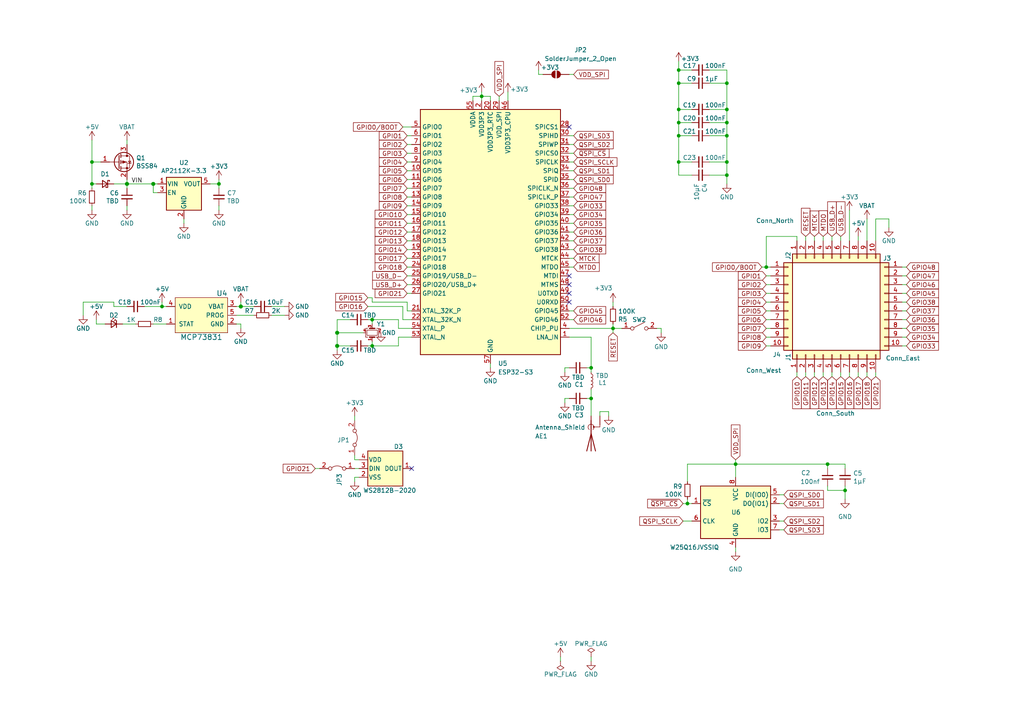
<source format=kicad_sch>
(kicad_sch (version 20231120) (generator "eeschema") (generator_version "8.0")
  (paper "A4")
  (junction (at 107.95 92.71))
  (junction (at 171.45 115.57))
  (junction (at 63.5 53.34))
  (junction (at 196.85 31.75))
  (junction (at 177.8 95.25))
  (junction (at 199.39 146.05))
  (junction (at 139.7 27.94))
  (junction (at 210.82 24.13))
  (junction (at 210.82 46.99))
  (junction (at 196.85 35.56))
  (junction (at 196.85 39.37))
  (junction (at 97.79 100.33) (diameter 1.016))
  (junction (at 210.82 50.8))
  (junction (at 107.95 100.33))
  (junction (at 44.45 53.34) (diameter 1.016))
  (junction (at 97.79 96.52) (diameter 1.016))
  (junction (at 171.45 106.68))
  (junction (at 196.85 20.32))
  (junction (at 240.03 134.62))
  (junction (at 222.25 77.47))
  (junction (at 210.82 39.37))
  (junction (at 36.83 53.34) (diameter 1.016))
  (junction (at 196.85 24.13))
  (junction (at 26.67 46.99))
  (junction (at 210.82 31.75))
  (junction (at 69.85 88.9) (diameter 1.016))
  (junction (at 213.36 134.62))
  (junction (at 26.67 53.34))
  (junction (at 196.85 46.99))
  (junction (at 46.99 88.9))
  (junction (at 210.82 35.56))
  (junction (at 245.11 142.24))
  (no_connect (at 165.1 36.83))
  (no_connect (at 165.1 82.55))
  (no_connect (at 165.1 80.01))
  (no_connect (at 119.38 135.89))
  (no_connect (at 165.1 85.09))
  (no_connect (at 165.1 87.63))
  (wire (pts (xy 48.26 93.98) (xy 44.45 93.98)))
  (wire (pts (xy 166.37 77.47) (xy 165.1 77.47)))
  (wire (pts (xy 196.85 35.56) (xy 196.85 39.37)))
  (wire (pts (xy 196.85 24.13) (xy 200.66 24.13)))
  (wire (pts (xy 36.83 53.34) (xy 36.83 54.61)))
  (wire (pts (xy 223.52 100.33) (xy 222.25 100.33)))
  (wire (pts (xy 240.03 140.97) (xy 240.03 142.24)))
  (wire (pts (xy 223.52 92.71) (xy 222.25 92.71)))
  (wire (pts (xy 156.21 20.32) (xy 156.21 21.59)))
  (wire (pts (xy 107.95 100.33) (xy 115.57 100.33)))
  (wire (pts (xy 245.11 142.24) (xy 245.11 144.78)))
  (wire (pts (xy 36.83 53.34) (xy 36.83 52.07)))
  (wire (pts (xy 223.52 82.55) (xy 222.25 82.55)))
  (wire (pts (xy 53.34 63.5) (xy 53.34 64.77)))
  (wire (pts (xy 119.38 95.25) (xy 115.57 95.25)))
  (wire (pts (xy 36.83 53.34) (xy 33.02 53.34)))
  (wire (pts (xy 119.38 97.79) (xy 115.57 97.79)))
  (wire (pts (xy 107.95 86.36) (xy 106.68 86.36)))
  (wire (pts (xy 205.74 35.56) (xy 210.82 35.56)))
  (wire (pts (xy 196.85 39.37) (xy 200.66 39.37)))
  (wire (pts (xy 196.85 35.56) (xy 200.66 35.56)))
  (wire (pts (xy 118.11 69.85) (xy 119.38 69.85)))
  (wire (pts (xy 166.37 54.61) (xy 165.1 54.61)))
  (wire (pts (xy 118.11 87.63) (xy 107.95 87.63)))
  (wire (pts (xy 170.18 115.57) (xy 171.45 115.57)))
  (wire (pts (xy 231.14 107.95) (xy 231.14 109.22)))
  (wire (pts (xy 44.45 55.88) (xy 44.45 53.34)))
  (wire (pts (xy 226.06 143.51) (xy 227.33 143.51)))
  (wire (pts (xy 261.62 80.01) (xy 262.89 80.01)))
  (wire (pts (xy 118.11 80.01) (xy 119.38 80.01)))
  (wire (pts (xy 33.02 88.9) (xy 36.83 88.9)))
  (wire (pts (xy 210.82 53.34) (xy 210.82 50.8)))
  (wire (pts (xy 200.66 50.8) (xy 196.85 50.8)))
  (wire (pts (xy 171.45 190.5) (xy 171.45 191.77)))
  (wire (pts (xy 106.68 100.33) (xy 107.95 100.33)))
  (wire (pts (xy 236.22 107.95) (xy 236.22 109.22)))
  (wire (pts (xy 26.67 46.99) (xy 29.21 46.99)))
  (wire (pts (xy 196.85 50.8) (xy 196.85 46.99)))
  (wire (pts (xy 196.85 24.13) (xy 196.85 31.75)))
  (wire (pts (xy 166.37 52.07) (xy 165.1 52.07)))
  (wire (pts (xy 177.8 95.25) (xy 180.34 95.25)))
  (wire (pts (xy 78.74 91.44) (xy 82.55 91.44)))
  (wire (pts (xy 213.36 158.75) (xy 213.36 160.02)))
  (wire (pts (xy 166.37 59.69) (xy 165.1 59.69)))
  (wire (pts (xy 97.79 96.52) (xy 97.79 100.33)))
  (wire (pts (xy 118.11 57.15) (xy 119.38 57.15)))
  (wire (pts (xy 177.8 96.52) (xy 177.8 95.25)))
  (wire (pts (xy 68.58 93.98) (xy 69.85 93.98)))
  (wire (pts (xy 251.46 107.95) (xy 251.46 109.22)))
  (wire (pts (xy 163.83 107.95) (xy 163.83 106.68)))
  (wire (pts (xy 223.52 90.17) (xy 222.25 90.17)))
  (wire (pts (xy 196.85 17.78) (xy 196.85 20.32)))
  (wire (pts (xy 166.37 57.15) (xy 165.1 57.15)))
  (wire (pts (xy 176.53 120.65) (xy 176.53 119.38)))
  (wire (pts (xy 118.11 46.99) (xy 119.38 46.99)))
  (wire (pts (xy 46.99 88.9) (xy 48.26 88.9)))
  (wire (pts (xy 190.5 95.25) (xy 191.77 95.25)))
  (wire (pts (xy 205.74 24.13) (xy 210.82 24.13)))
  (wire (pts (xy 240.03 134.62) (xy 240.03 135.89)))
  (wire (pts (xy 205.74 50.8) (xy 210.82 50.8)))
  (wire (pts (xy 171.45 107.95) (xy 171.45 106.68)))
  (wire (pts (xy 26.67 53.34) (xy 27.94 53.34)))
  (wire (pts (xy 39.37 93.98) (xy 35.56 93.98)))
  (wire (pts (xy 36.83 59.69) (xy 36.83 60.96)))
  (wire (pts (xy 241.3 107.95) (xy 241.3 109.22)))
  (wire (pts (xy 261.62 92.71) (xy 262.89 92.71)))
  (wire (pts (xy 118.11 64.77) (xy 119.38 64.77)))
  (wire (pts (xy 118.11 39.37) (xy 119.38 39.37)))
  (wire (pts (xy 118.11 72.39) (xy 119.38 72.39)))
  (wire (pts (xy 118.11 62.23) (xy 119.38 62.23)))
  (wire (pts (xy 166.37 41.91) (xy 165.1 41.91)))
  (wire (pts (xy 116.84 92.71) (xy 119.38 92.71)))
  (wire (pts (xy 210.82 39.37) (xy 210.82 35.56)))
  (wire (pts (xy 261.62 87.63) (xy 262.89 87.63)))
  (wire (pts (xy 233.68 69.85) (xy 233.68 68.58)))
  (wire (pts (xy 261.62 97.79) (xy 262.89 97.79)))
  (wire (pts (xy 163.83 116.84) (xy 163.83 115.57)))
  (wire (pts (xy 63.5 53.34) (xy 63.5 54.61)))
  (wire (pts (xy 231.14 69.85) (xy 231.14 68.58)))
  (wire (pts (xy 261.62 82.55) (xy 262.89 82.55)))
  (wire (pts (xy 63.5 59.69) (xy 63.5 60.96)))
  (wire (pts (xy 261.62 90.17) (xy 262.89 90.17)))
  (wire (pts (xy 226.06 151.13) (xy 227.33 151.13)))
  (wire (pts (xy 97.79 92.71) (xy 97.79 96.52)))
  (wire (pts (xy 226.06 153.67) (xy 227.33 153.67)))
  (wire (pts (xy 166.37 44.45) (xy 165.1 44.45)))
  (wire (pts (xy 261.62 95.25) (xy 262.89 95.25)))
  (wire (pts (xy 97.79 100.33) (xy 101.6 100.33)))
  (wire (pts (xy 165.1 21.59) (xy 166.37 21.59)))
  (wire (pts (xy 147.32 26.67) (xy 147.32 29.21)))
  (wire (pts (xy 210.82 20.32) (xy 205.74 20.32)))
  (wire (pts (xy 173.99 119.38) (xy 173.99 120.65)))
  (wire (pts (xy 196.85 31.75) (xy 196.85 35.56)))
  (wire (pts (xy 171.45 97.79) (xy 171.45 106.68)))
  (wire (pts (xy 223.52 80.01) (xy 222.25 80.01)))
  (wire (pts (xy 165.1 95.25) (xy 177.8 95.25)))
  (wire (pts (xy 36.83 53.34) (xy 44.45 53.34)))
  (wire (pts (xy 118.11 90.17) (xy 118.11 87.63)))
  (wire (pts (xy 69.85 88.9) (xy 69.85 87.63)))
  (wire (pts (xy 261.62 100.33) (xy 262.89 100.33)))
  (wire (pts (xy 78.74 88.9) (xy 82.55 88.9)))
  (wire (pts (xy 105.41 96.52) (xy 97.79 96.52)))
  (wire (pts (xy 240.03 142.24) (xy 245.11 142.24)))
  (wire (pts (xy 116.84 36.83) (xy 119.38 36.83)))
  (wire (pts (xy 139.7 27.94) (xy 139.7 29.21)))
  (wire (pts (xy 166.37 67.31) (xy 165.1 67.31)))
  (wire (pts (xy 163.83 106.68) (xy 165.1 106.68)))
  (wire (pts (xy 45.72 53.34) (xy 44.45 53.34)))
  (wire (pts (xy 162.56 190.5) (xy 162.56 191.77)))
  (wire (pts (xy 196.85 20.32) (xy 196.85 24.13)))
  (wire (pts (xy 166.37 62.23) (xy 165.1 62.23)))
  (wire (pts (xy 116.84 88.9) (xy 116.84 92.71)))
  (wire (pts (xy 156.21 21.59) (xy 157.48 21.59)))
  (wire (pts (xy 213.36 133.35) (xy 213.36 134.62)))
  (wire (pts (xy 213.36 134.62) (xy 240.03 134.62)))
  (wire (pts (xy 73.66 91.44) (xy 68.58 91.44)))
  (wire (pts (xy 118.11 74.93) (xy 119.38 74.93)))
  (wire (pts (xy 102.87 138.43) (xy 102.87 139.7)))
  (wire (pts (xy 104.14 138.43) (xy 102.87 138.43)))
  (wire (pts (xy 196.85 39.37) (xy 196.85 46.99)))
  (wire (pts (xy 163.83 115.57) (xy 165.1 115.57)))
  (wire (pts (xy 144.78 27.94) (xy 144.78 29.21)))
  (wire (pts (xy 118.11 59.69) (xy 119.38 59.69)))
  (wire (pts (xy 166.37 46.99) (xy 165.1 46.99)))
  (wire (pts (xy 246.38 107.95) (xy 246.38 109.22)))
  (wire (pts (xy 196.85 31.75) (xy 200.66 31.75)))
  (wire (pts (xy 205.74 46.99) (xy 210.82 46.99)))
  (wire (pts (xy 142.24 106.68) (xy 142.24 105.41)))
  (wire (pts (xy 199.39 139.7) (xy 199.39 134.62)))
  (wire (pts (xy 205.74 39.37) (xy 210.82 39.37)))
  (wire (pts (xy 119.38 90.17) (xy 118.11 90.17)))
  (wire (pts (xy 245.11 135.89) (xy 245.11 134.62)))
  (wire (pts (xy 166.37 49.53) (xy 165.1 49.53)))
  (wire (pts (xy 118.11 82.55) (xy 119.38 82.55)))
  (wire (pts (xy 137.16 27.94) (xy 139.7 27.94)))
  (wire (pts (xy 171.45 115.57) (xy 171.45 113.03)))
  (wire (pts (xy 166.37 39.37) (xy 165.1 39.37)))
  (wire (pts (xy 118.11 85.09) (xy 119.38 85.09)))
  (wire (pts (xy 241.3 69.85) (xy 241.3 68.58)))
  (wire (pts (xy 238.76 107.95) (xy 238.76 109.22)))
  (wire (pts (xy 238.76 69.85) (xy 238.76 68.58)))
  (wire (pts (xy 137.16 29.21) (xy 137.16 27.94)))
  (wire (pts (xy 115.57 97.79) (xy 115.57 100.33)))
  (wire (pts (xy 223.52 95.25) (xy 222.25 95.25)))
  (wire (pts (xy 63.5 52.07) (xy 63.5 53.34)))
  (wire (pts (xy 261.62 77.47) (xy 262.89 77.47)))
  (wire (pts (xy 261.62 85.09) (xy 262.89 85.09)))
  (wire (pts (xy 196.85 46.99) (xy 200.66 46.99)))
  (wire (pts (xy 97.79 92.71) (xy 101.6 92.71)))
  (wire (pts (xy 45.72 55.88) (xy 44.45 55.88)))
  (wire (pts (xy 223.52 77.47) (xy 222.25 77.47)))
  (wire (pts (xy 246.38 60.96) (xy 246.38 69.85)))
  (wire (pts (xy 60.96 53.34) (xy 63.5 53.34)))
  (wire (pts (xy 115.57 92.71) (xy 107.95 92.71)))
  (wire (pts (xy 170.18 106.68) (xy 171.45 106.68)))
  (wire (pts (xy 41.91 88.9) (xy 46.99 88.9)))
  (wire (pts (xy 213.36 134.62) (xy 213.36 138.43)))
  (wire (pts (xy 97.79 100.33) (xy 97.79 101.6)))
  (wire (pts (xy 177.8 93.98) (xy 177.8 95.25)))
  (wire (pts (xy 254 69.85) (xy 254 63.5)))
  (wire (pts (xy 139.7 27.94) (xy 142.24 27.94)))
  (wire (pts (xy 223.52 87.63) (xy 222.25 87.63)))
  (wire (pts (xy 171.45 97.79) (xy 165.1 97.79)))
  (wire (pts (xy 26.67 40.64) (xy 26.67 46.99)))
  (wire (pts (xy 205.74 31.75) (xy 210.82 31.75)))
  (wire (pts (xy 106.68 88.9) (xy 116.84 88.9)))
  (wire (pts (xy 171.45 120.65) (xy 171.45 115.57)))
  (wire (pts (xy 166.37 72.39) (xy 165.1 72.39)))
  (wire (pts (xy 243.84 107.95) (xy 243.84 109.22)))
  (wire (pts (xy 210.82 35.56) (xy 210.82 31.75)))
  (wire (pts (xy 102.87 135.89) (xy 104.14 135.89)))
  (wire (pts (xy 115.57 95.25) (xy 115.57 92.71)))
  (wire (pts (xy 139.7 26.67) (xy 139.7 27.94)))
  (wire (pts (xy 36.83 41.91) (xy 36.83 40.64)))
  (wire (pts (xy 223.52 85.09) (xy 222.25 85.09)))
  (wire (pts (xy 176.53 119.38) (xy 173.99 119.38)))
  (wire (pts (xy 248.92 107.95) (xy 248.92 109.22)))
  (wire (pts (xy 254 63.5) (xy 257.81 63.5)))
  (wire (pts (xy 257.81 63.5) (xy 257.81 66.04)))
  (wire (pts (xy 24.13 91.44) (xy 24.13 87.63)))
  (wire (pts (xy 46.99 87.63) (xy 46.99 88.9)))
  (wire (pts (xy 166.37 69.85) (xy 165.1 69.85)))
  (wire (pts (xy 166.37 92.71) (xy 165.1 92.71)))
  (wire (pts (xy 26.67 59.69) (xy 26.67 60.96)))
  (wire (pts (xy 254 107.95) (xy 254 109.22)))
  (wire (pts (xy 26.67 46.99) (xy 26.67 53.34)))
  (wire (pts (xy 210.82 20.32) (xy 210.82 24.13)))
  (wire (pts (xy 198.12 146.05) (xy 199.39 146.05)))
  (wire (pts (xy 33.02 87.63) (xy 33.02 88.9)))
  (wire (pts (xy 26.67 53.34) (xy 26.67 54.61)))
  (wire (pts (xy 248.92 68.58) (xy 248.92 69.85)))
  (wire (pts (xy 118.11 41.91) (xy 119.38 41.91)))
  (wire (pts (xy 69.85 88.9) (xy 73.66 88.9)))
  (wire (pts (xy 226.06 146.05) (xy 227.33 146.05)))
  (wire (pts (xy 198.12 151.13) (xy 200.66 151.13)))
  (wire (pts (xy 107.95 87.63) (xy 107.95 86.36)))
  (wire (pts (xy 236.22 68.58) (xy 236.22 69.85)))
  (wire (pts (xy 118.11 44.45) (xy 119.38 44.45)))
  (wire (pts (xy 199.39 134.62) (xy 213.36 134.62)))
  (wire (pts (xy 27.94 93.98) (xy 27.94 92.71)))
  (wire (pts (xy 222.25 68.58) (xy 231.14 68.58)))
  (wire (pts (xy 107.95 92.71) (xy 107.95 93.98)))
  (wire (pts (xy 191.77 96.52) (xy 191.77 95.25)))
  (wire (pts (xy 210.82 24.13) (xy 210.82 31.75)))
  (wire (pts (xy 199.39 144.78) (xy 199.39 146.05)))
  (wire (pts (xy 118.11 54.61) (xy 119.38 54.61)))
  (wire (pts (xy 210.82 39.37) (xy 210.82 46.99)))
  (wire (pts (xy 118.11 67.31) (xy 119.38 67.31)))
  (wire (pts (xy 91.44 135.89) (xy 92.71 135.89)))
  (wire (pts (xy 106.68 92.71) (xy 107.95 92.71)))
  (wire (pts (xy 102.87 132.08) (xy 102.87 133.35)))
  (wire (pts (xy 104.14 133.35) (xy 102.87 133.35)))
  (wire (pts (xy 69.85 93.98) (xy 69.85 95.25)))
  (wire (pts (xy 142.24 27.94) (xy 142.24 29.21)))
  (wire (pts (xy 251.46 63.5) (xy 251.46 69.85)))
  (wire (pts (xy 118.11 49.53) (xy 119.38 49.53)))
  (wire (pts (xy 199.39 146.05) (xy 200.66 146.05)))
  (wire (pts (xy 107.95 99.06) (xy 107.95 100.33)))
  (wire (pts (xy 240.03 134.62) (xy 245.11 134.62)))
  (wire (pts (xy 233.68 107.95) (xy 233.68 109.22)))
  (wire (pts (xy 245.11 142.24) (xy 245.11 140.97)))
  (wire (pts (xy 118.11 77.47) (xy 119.38 77.47)))
  (wire (pts (xy 24.13 87.63) (xy 33.02 87.63)))
  (wire (pts (xy 27.94 93.98) (xy 30.48 93.98)))
  (wire (pts (xy 222.25 77.47) (xy 222.25 68.58)))
  (wire (pts (xy 177.8 87.63) (xy 177.8 88.9)))
  (wire (pts (xy 166.37 74.93) (xy 165.1 74.93)))
  (wire (pts (xy 68.58 88.9) (xy 69.85 88.9)))
  (wire (pts (xy 223.52 97.79) (xy 222.25 97.79)))
  (wire (pts (xy 243.84 69.85) (xy 243.84 68.58)))
  (wire (pts (xy 210.82 50.8) (xy 210.82 46.99)))
  (wire (pts (xy 166.37 90.17) (xy 165.1 90.17)))
  (wire (pts (xy 196.85 20.32) (xy 200.66 20.32)))
  (wire (pts (xy 102.87 120.65) (xy 102.87 121.92)))
  (wire (pts (xy 118.11 52.07) (xy 119.38 52.07)))
  (wire (pts (xy 222.25 77.47) (xy 220.98 77.47)))
  (wire (pts (xy 166.37 64.77) (xy 165.1 64.77)))
  (label "VIN" (at 38.1 53.34 0))
  (global_label "GPIO0{slash}BOOT" (shape input) (at 220.98 77.47 180) (property "Intersheetrefs" "${INTERSHEET_REFS}" (effects (hide yes))))
  (global_label "USB_D+" (shape input) (at 241.3 68.58 90) (property "Intersheetrefs" "${INTERSHEET_REFS}" (effects (hide yes))))
  (global_label "GPIO18" (shape input) (at 251.46 109.22 270) (property "Intersheetrefs" "${INTERSHEET_REFS}" (effects (hide yes))))
  (global_label "GPIO47" (shape input) (at 262.89 80.01 0) (property "Intersheetrefs" "${INTERSHEET_REFS}" (effects (hide yes))))
  (global_label "GPIO4" (shape input) (at 118.11 46.99 180) (property "Intersheetrefs" "${INTERSHEET_REFS}" (effects (hide yes))))
  (global_label "GPIO11" (shape input) (at 118.11 64.77 180) (property "Intersheetrefs" "${INTERSHEET_REFS}" (effects (hide yes))))
  (global_label "GPIO15" (shape input) (at 106.68 86.36 180) (property "Intersheetrefs" "${INTERSHEET_REFS}" (effects (hide yes))))
  (global_label "GPIO37" (shape input) (at 262.89 90.17 0) (property "Intersheetrefs" "${INTERSHEET_REFS}" (effects (hide yes))))
  (global_label "QSPI_SCLK" (shape input) (at 166.37 46.99 0) (property "Intersheetrefs" "${INTERSHEET_REFS}" (effects (hide yes))))
  (global_label "GPIO17" (shape input) (at 118.11 74.93 180) (property "Intersheetrefs" "${INTERSHEET_REFS}" (effects (hide yes))))
  (global_label "QSPI_SD1" (shape input) (at 166.37 49.53 0) (property "Intersheetrefs" "${INTERSHEET_REFS}" (effects (hide yes))))
  (global_label "GPIO36" (shape input) (at 166.37 67.31 0) (property "Intersheetrefs" "${INTERSHEET_REFS}" (effects (hide yes))))
  (global_label "GPIO16" (shape input) (at 106.68 88.9 180) (property "Intersheetrefs" "${INTERSHEET_REFS}" (effects (hide yes))))
  (global_label "VDD_SPI" (shape input) (at 144.78 27.94 90) (property "Intersheetrefs" "${INTERSHEET_REFS}" (effects (hide yes))))
  (global_label "QSPI_SD0" (shape input) (at 227.33 143.51 0) (property "Intersheetrefs" "${INTERSHEET_REFS}" (effects (hide yes))))
  (global_label "GPIO1" (shape input) (at 118.11 39.37 180) (property "Intersheetrefs" "${INTERSHEET_REFS}" (effects (hide yes))))
  (global_label "GPIO12" (shape input) (at 236.22 109.22 270) (property "Intersheetrefs" "${INTERSHEET_REFS}" (effects (hide yes))))
  (global_label "GPIO11" (shape input) (at 233.68 109.22 270) (property "Intersheetrefs" "${INTERSHEET_REFS}" (effects (hide yes))))
  (global_label "GPIO34" (shape input) (at 166.37 62.23 0) (property "Intersheetrefs" "${INTERSHEET_REFS}" (effects (hide yes))))
  (global_label "~{QSPI_CS}" (shape input) (at 198.12 146.05 180) (property "Intersheetrefs" "${INTERSHEET_REFS}" (effects (hide yes))))
  (global_label "GPIO21" (shape input) (at 254 109.22 270) (property "Intersheetrefs" "${INTERSHEET_REFS}" (effects (hide yes))))
  (global_label "GPIO6" (shape input) (at 222.25 92.71 180) (property "Intersheetrefs" "${INTERSHEET_REFS}" (effects (hide yes))))
  (global_label "QSPI_SCLK" (shape input) (at 198.12 151.13 180) (property "Intersheetrefs" "${INTERSHEET_REFS}" (effects (hide yes))))
  (global_label "VDD_SPI" (shape input) (at 213.36 133.35 90) (property "Intersheetrefs" "${INTERSHEET_REFS}" (effects (hide yes))))
  (global_label "QSPI_SD0" (shape input) (at 166.37 52.07 0) (property "Intersheetrefs" "${INTERSHEET_REFS}" (effects (hide yes))))
  (global_label "GPIO33" (shape input) (at 262.89 100.33 0) (property "Intersheetrefs" "${INTERSHEET_REFS}" (effects (hide yes))))
  (global_label "GPIO12" (shape input) (at 118.11 67.31 180) (property "Intersheetrefs" "${INTERSHEET_REFS}" (effects (hide yes))))
  (global_label "GPIO14" (shape input) (at 118.11 72.39 180) (property "Intersheetrefs" "${INTERSHEET_REFS}" (effects (hide yes))))
  (global_label "GPIO1" (shape input) (at 222.25 80.01 180) (property "Intersheetrefs" "${INTERSHEET_REFS}" (effects (hide yes))))
  (global_label "QSPI_SD1" (shape input) (at 227.33 146.05 0) (property "Intersheetrefs" "${INTERSHEET_REFS}" (effects (hide yes))))
  (global_label "RESET" (shape input) (at 233.68 68.58 90) (property "Intersheetrefs" "${INTERSHEET_REFS}" (effects (hide yes))))
  (global_label "GPIO2" (shape input) (at 118.11 41.91 180) (property "Intersheetrefs" "${INTERSHEET_REFS}" (effects (hide yes))))
  (global_label "GPIO3" (shape input) (at 118.11 44.45 180) (property "Intersheetrefs" "${INTERSHEET_REFS}" (effects (hide yes))))
  (global_label "GPIO2" (shape input) (at 222.25 82.55 180) (property "Intersheetrefs" "${INTERSHEET_REFS}" (effects (hide yes))))
  (global_label "GPIO37" (shape input) (at 166.37 69.85 0) (property "Intersheetrefs" "${INTERSHEET_REFS}" (effects (hide yes))))
  (global_label "GPIO9" (shape input) (at 222.25 100.33 180) (property "Intersheetrefs" "${INTERSHEET_REFS}" (effects (hide yes))))
  (global_label "GPIO45" (shape input) (at 166.37 90.17 0) (property "Intersheetrefs" "${INTERSHEET_REFS}" (effects (hide yes))))
  (global_label "GPIO47" (shape input) (at 166.37 57.15 0) (property "Intersheetrefs" "${INTERSHEET_REFS}" (effects (hide yes))))
  (global_label "VDD_SPI" (shape input) (at 166.37 21.59 0) (property "Intersheetrefs" "${INTERSHEET_REFS}" (effects (hide yes))))
  (global_label "GPIO3" (shape input) (at 222.25 85.09 180) (property "Intersheetrefs" "${INTERSHEET_REFS}" (effects (hide yes))))
  (global_label "GPIO8" (shape input) (at 118.11 57.15 180) (property "Intersheetrefs" "${INTERSHEET_REFS}" (effects (hide yes))))
  (global_label "GPIO48" (shape input) (at 166.37 54.61 0) (property "Intersheetrefs" "${INTERSHEET_REFS}" (effects (hide yes))))
  (global_label "GPIO34" (shape input) (at 262.89 97.79 0) (property "Intersheetrefs" "${INTERSHEET_REFS}" (effects (hide yes))))
  (global_label "USB_D-" (shape input) (at 243.84 68.58 90) (property "Intersheetrefs" "${INTERSHEET_REFS}" (effects (hide yes))))
  (global_label "GPIO5" (shape input) (at 222.25 90.17 180) (property "Intersheetrefs" "${INTERSHEET_REFS}" (effects (hide yes))))
  (global_label "GPIO4" (shape input) (at 222.25 87.63 180) (property "Intersheetrefs" "${INTERSHEET_REFS}" (effects (hide yes))))
  (global_label "GPIO9" (shape input) (at 118.11 59.69 180) (property "Intersheetrefs" "${INTERSHEET_REFS}" (effects (hide yes))))
  (global_label "GPIO10" (shape input) (at 231.14 109.22 270) (property "Intersheetrefs" "${INTERSHEET_REFS}" (effects (hide yes))))
  (global_label "GPIO7" (shape input) (at 118.11 54.61 180) (property "Intersheetrefs" "${INTERSHEET_REFS}" (effects (hide yes))))
  (global_label "QSPI_SD2" (shape input) (at 227.33 151.13 0) (property "Intersheetrefs" "${INTERSHEET_REFS}" (effects (hide yes))))
  (global_label "GPIO17" (shape input) (at 248.92 109.22 270) (property "Intersheetrefs" "${INTERSHEET_REFS}" (effects (hide yes))))
  (global_label "MTDO" (shape input) (at 238.76 68.58 90) (property "Intersheetrefs" "${INTERSHEET_REFS}" (effects (hide yes))))
  (global_label "GPIO16" (shape input) (at 246.38 109.22 270) (property "Intersheetrefs" "${INTERSHEET_REFS}" (effects (hide yes))))
  (global_label "USB_D+" (shape input) (at 118.11 82.55 180) (property "Intersheetrefs" "${INTERSHEET_REFS}" (effects (hide yes))))
  (global_label "GPIO48" (shape input) (at 262.89 77.47 0) (property "Intersheetrefs" "${INTERSHEET_REFS}" (effects (hide yes))))
  (global_label "MTCK" (shape input) (at 236.22 68.58 90) (property "Intersheetrefs" "${INTERSHEET_REFS}" (effects (hide yes))))
  (global_label "MTCK" (shape input) (at 166.37 74.93 0) (property "Intersheetrefs" "${INTERSHEET_REFS}" (effects (hide yes))))
  (global_label "GPIO10" (shape input) (at 118.11 62.23 180) (property "Intersheetrefs" "${INTERSHEET_REFS}" (effects (hide yes))))
  (global_label "QSPI_SD3" (shape input) (at 166.37 39.37 0) (property "Intersheetrefs" "${INTERSHEET_REFS}" (effects (hide yes))))
  (global_label "GPIO5" (shape input) (at 118.11 49.53 180) (property "Intersheetrefs" "${INTERSHEET_REFS}" (effects (hide yes))))
  (global_label "GPIO21" (shape input) (at 91.44 135.89 180) (property "Intersheetrefs" "${INTERSHEET_REFS}" (effects (hide yes))))
  (global_label "GPIO38" (shape input) (at 166.37 72.39 0) (property "Intersheetrefs" "${INTERSHEET_REFS}" (effects (hide yes))))
  (global_label "~{QSPI_CS}" (shape input) (at 166.37 44.45 0) (property "Intersheetrefs" "${INTERSHEET_REFS}" (effects (hide yes))))
  (global_label "GPIO21" (shape input) (at 118.11 85.09 180) (property "Intersheetrefs" "${INTERSHEET_REFS}" (effects (hide yes))))
  (global_label "GPIO18" (shape input) (at 118.11 77.47 180) (property "Intersheetrefs" "${INTERSHEET_REFS}" (effects (hide yes))))
  (global_label "GPIO13" (shape input) (at 118.11 69.85 180) (property "Intersheetrefs" "${INTERSHEET_REFS}" (effects (hide yes))))
  (global_label "RESET" (shape input) (at 177.8 96.52 270) (property "Intersheetrefs" "${INTERSHEET_REFS}" (effects (hide yes))))
  (global_label "GPIO46" (shape input) (at 262.89 82.55 0) (property "Intersheetrefs" "${INTERSHEET_REFS}" (effects (hide yes))))
  (global_label "GPIO0{slash}BOOT" (shape input) (at 116.84 36.83 180) (property "Intersheetrefs" "${INTERSHEET_REFS}" (effects (hide yes))))
  (global_label "QSPI_SD3" (shape input) (at 227.33 153.67 0) (property "Intersheetrefs" "${INTERSHEET_REFS}" (effects (hide yes))))
  (global_label "GPIO33" (shape input) (at 166.37 59.69 0) (property "Intersheetrefs" "${INTERSHEET_REFS}" (effects (hide yes))))
  (global_label "QSPI_SD2" (shape input) (at 166.37 41.91 0) (property "Intersheetrefs" "${INTERSHEET_REFS}" (effects (hide yes))))
  (global_label "GPIO14" (shape input) (at 241.3 109.22 270) (property "Intersheetrefs" "${INTERSHEET_REFS}" (effects (hide yes))))
  (global_label "GPIO15" (shape input) (at 243.84 109.22 270) (property "Intersheetrefs" "${INTERSHEET_REFS}" (effects (hide yes))))
  (global_label "GPIO35" (shape input) (at 166.37 64.77 0) (property "Intersheetrefs" "${INTERSHEET_REFS}" (effects (hide yes))))
  (global_label "GPIO45" (shape input) (at 262.89 85.09 0) (property "Intersheetrefs" "${INTERSHEET_REFS}" (effects (hide yes))))
  (global_label "GPIO36" (shape input) (at 262.89 92.71 0) (property "Intersheetrefs" "${INTERSHEET_REFS}" (effects (hide yes))))
  (global_label "GPIO13" (shape input) (at 238.76 109.22 270) (property "Intersheetrefs" "${INTERSHEET_REFS}" (effects (hide yes))))
  (global_label "MTDO" (shape input) (at 166.37 77.47 0) (property "Intersheetrefs" "${INTERSHEET_REFS}" (effects (hide yes))))
  (global_label "GPIO35" (shape input) (at 262.89 95.25 0) (property "Intersheetrefs" "${INTERSHEET_REFS}" (effects (hide yes))))
  (global_label "GPIO7" (shape input) (at 222.25 95.25 180) (property "Intersheetrefs" "${INTERSHEET_REFS}" (effects (hide yes))))
  (global_label "USB_D-" (shape input) (at 118.11 80.01 180) (property "Intersheetrefs" "${INTERSHEET_REFS}" (effects (hide yes))))
  (global_label "GPIO46" (shape input) (at 166.37 92.71 0) (property "Intersheetrefs" "${INTERSHEET_REFS}" (effects (hide yes))))
  (global_label "GPIO8" (shape input) (at 222.25 97.79 180) (property "Intersheetrefs" "${INTERSHEET_REFS}" (effects (hide yes))))
  (global_label "GPIO38" (shape input) (at 262.89 87.63 0) (property "Intersheetrefs" "${INTERSHEET_REFS}" (effects (hide yes))))
  (global_label "GPIO6" (shape input) (at 118.11 52.07 180) (property "Intersheetrefs" "${INTERSHEET_REFS}" (effects (hide yes))))
  (symbol (lib_id "power:GND") (at 142.24 106.68 0) (unit 1)
    (property "Reference" "#PWR01" (effects (hide yes)))
    (property "Value" "GND" (at 142.24 110.49 0))
  )
  (symbol (lib_id "power:+3.3V") (at 147.32 26.67 0) (mirror y) (unit 1)
    (property "Reference" "#PWR03" (effects (hide yes)))
    (property "Value" "+3V3" (at 150.622 25.908 0))
  )
  (symbol (lib_id "Device:C_Small") (at 203.2 31.75 270) (unit 1)
    (property "Reference" "C19" (at 201.93 30.48 90) (effects (justify right)))
    (property "Value" "100nF" (at 204.47 30.48 90) (effects (justify left)))
    (property "Footprint" "Capacitor_SMD:C_0402_1005Metric" (effects (hide yes)))
  )
  (symbol (lib_id "power:GND") (at 110.49 96.52 0) (unit 1)
    (property "Reference" "#PWR0103" (effects (hide yes)))
    (property "Value" "GND" (at 112.776 96.52 0))
  )
  (symbol (lib_id "Device:R_Small") (at 41.91 93.98 90) (mirror x) (unit 1)
    (property "Reference" "R8" (at 44.45 92.71 90) (effects (justify right)))
    (property "Value" "1K" (at 39.37 92.71 90) (effects (justify left)))
    (property "Footprint" "Resistor_SMD:R_0402_1005Metric" (effects (hide yes)))
  )
  (symbol (lib_id "Device:R_Small") (at 177.8 91.44 0) (mirror y) (unit 1)
    (property "Reference" "R5" (at 179.2732 92.6084 0) (effects (justify right)))
    (property "Value" "100K" (at 179.2732 90.297 0) (effects (justify right)))
    (property "Footprint" "Resistor_SMD:R_0402_1005Metric" (effects (hide yes)))
  )
  (symbol (lib_id "power:+5V") (at 27.94 92.71 0) (unit 1)
    (property "Reference" "#PWR0134" (effects (hide yes)))
    (property "Value" "+5V" (at 27.94 88.9 0))
  )
  (symbol (lib_id "Device:C_Small") (at 203.2 50.8 90) (unit 1)
    (property "Reference" "C4" (at 204.3684 53.1368 0) (effects (justify right)))
    (property "Value" "10µF" (at 202.057 53.1368 0) (effects (justify right)))
    (property "Footprint" "Capacitor_SMD:C_0603_1608Metric" (effects (hide yes)))
  )
  (symbol (lib_id "Device:C_Small") (at 104.14 92.71 270) (unit 1)
    (property "Reference" "C14" (at 102.87 91.44 90) (effects (justify right)))
    (property "Value" "TBD" (at 105.41 91.44 90) (effects (justify left)))
    (property "Footprint" "Capacitor_SMD:C_0402_1005Metric" (effects (hide yes)))
  )
  (symbol (lib_id "power:+3.3V") (at 102.87 120.65 0) (mirror y) (unit 1)
    (property "Reference" "#PWR0137" (effects (hide yes)))
    (property "Value" "+3V3" (at 102.87 116.84 0))
  )
  (symbol (lib_id "Device:C_Small") (at 36.83 57.15 0) (unit 1)
    (property "Reference" "C6" (at 34.5186 55.9816 0) (effects (justify right)))
    (property "Value" "TBD" (at 34.5186 58.293 0) (effects (justify right)))
    (property "Footprint" "Capacitor_SMD:C_0402_1005Metric" (effects (hide yes)))
  )
  (symbol (lib_id "Device:D_Schottky_Small") (at 30.48 53.34 0) (mirror y) (unit 1)
    (property "Reference" "D1" (at 30.48 50.4698 0))
    (property "Value" "D_Schottky_Small" (effects (hide yes)))
    (property "Footprint" "Diode_SMD:D_SOD-323" (effects (hide yes)))
    (property "LCSC" "C114023" (effects (hide yes)))
  )
  (symbol (lib_id "Jumper:Jumper_2_Bridged") (at 97.79 135.89 0) (mirror y) (unit 1)
    (property "Reference" "JP3" (at 98.4249 140.97 90) (effects (justify left)))
    (property "Value" "Jumper_Neopixel_VDD" (effects (hide yes)))
    (property "Footprint" "Jumper:SolderJumper-2_P1.3mm_Bridged_RoundedPad1.0x1.5mm" (effects (hide yes)))
  )
  (symbol (lib_id "Battery_Management_Extra:MCP73831") (at 58.42 91.44 0) (unit 1)
    (property "Reference" "U4" (at 66.04 85.09 0) (effects (font (size 1.524 1.524)) (justify right)))
    (property "Value" "MCP73831" (at 58.42 97.79 0) (effects (font (size 1.524 1.524))))
    (property "Footprint" "Package_TO_SOT_SMD:SOT-23-5" (effects (hide yes)))
    (property "Datasheet" "https://datasheet.lcsc.com/szlcsc/Microchip-Tech-MCP73831T-2ATI-OT_C14879.pdf" (effects (hide yes)))
    (property "LCSC" "C14879" (effects (hide yes)))
  )
  (symbol (lib_id "Device:R_Small") (at 199.39 142.24 0) (mirror x) (unit 1)
    (property "Reference" "R9" (at 197.9168 141.0716 0) (effects (justify right)))
    (property "Value" "100K" (at 197.9168 143.383 0) (effects (justify right)))
    (property "Footprint" "Resistor_SMD:R_0402_1005Metric" (effects (hide yes)))
  )
  (symbol (lib_id "Device:L_Small") (at 171.45 110.49 0) (unit 1)
    (property "Reference" "L1" (at 176.022 110.998 0) (effects (justify right)))
    (property "Value" "TBD" (at 176.53 108.966 0) (effects (justify right)))
    (property "Footprint" "Resistor_SMD:R_0402_1005Metric" (effects (hide yes)))
  )
  (symbol (lib_id "power:+3.3V") (at 196.85 17.78 0) (mirror y) (unit 1)
    (property "Reference" "#PWR09" (effects (hide yes)))
    (property "Value" "+3V3" (at 200.152 17.018 0))
  )
  (symbol (lib_id "power:+3.3V") (at 63.5 52.07 0) (unit 1)
    (property "Reference" "#PWR0123" (effects (hide yes)))
    (property "Value" "+3V3" (at 63.5 48.26 0))
  )
  (symbol (lib_id "Device:C_Small") (at 203.2 20.32 270) (unit 1)
    (property "Reference" "C17" (at 201.93 19.05 90) (effects (justify right)))
    (property "Value" "100nF" (at 204.47 19.05 90) (effects (justify left)))
    (property "Footprint" "Capacitor_SMD:C_0402_1005Metric" (effects (hide yes)))
  )
  (symbol (lib_id "power:GND") (at 82.55 91.44 90) (mirror x) (unit 1)
    (property "Reference" "#PWR0132" (effects (hide yes)))
    (property "Value" "GND" (at 87.63 91.44 90))
  )
  (symbol (lib_id "power:GND") (at 163.83 116.84 0) (unit 1)
    (property "Reference" "#PWR012" (effects (hide yes)))
    (property "Value" "GND" (at 163.83 120.65 0))
  )
  (symbol (lib_id "power:+3.3V") (at 156.21 20.32 0) (mirror y) (unit 1)
    (property "Reference" "#PWR013" (effects (hide yes)))
    (property "Value" "+3V3" (at 159.512 19.558 0))
  )
  (symbol (lib_id "Connector_Generic:Conn_01x10") (at 228.6 87.63 0) (unit 1)
    (property "Reference" "J4" (at 225.298 102.87 0))
    (property "Value" "Conn_West" (at 221.488 107.442 0))
    (property "Footprint" "Connector_PinHeader_2.00mm:PinHeader_1x10_P2.00mm_Vertical" (effects (hide yes)))
  )
  (symbol (lib_id "power:+3.3V") (at 246.38 60.96 0) (unit 1)
    (property "Reference" "#PWR0106" (effects (hide yes)))
    (property "Value" "+3V3" (at 246.38 57.15 0))
  )
  (symbol (lib_id "power:GND") (at 191.77 96.52 0) (unit 1)
    (property "Reference" "#PWR08" (effects (hide yes)))
    (property "Value" "GND" (at 191.77 100.584 0))
  )
  (symbol (lib_id "power:+5V") (at 162.56 190.5 0) (unit 1)
    (property "Reference" "#PWR0139" (effects (hide yes)))
    (property "Value" "+5V" (at 162.56 186.69 0))
  )
  (symbol (lib_id "power:GND") (at 69.85 95.25 0) (mirror y) (unit 1)
    (property "Reference" "#PWR0130" (effects (hide yes)))
    (property "Value" "GND" (at 69.85 99.06 0))
  )
  (symbol (lib_id "power:GND") (at 53.34 64.77 0) (unit 1)
    (property "Reference" "#PWR0125" (effects (hide yes)))
    (property "Value" "GND" (at 53.34 68.58 0))
  )
  (symbol (lib_id "Jumper:Jumper_2_Bridged") (at 102.87 127 270) (mirror x) (unit 1)
    (property "Reference" "JP1" (at 97.79 127.6349 90) (effects (justify left)))
    (property "Value" "Jumper_Neopixel_VDD" (effects (hide yes)))
    (property "Footprint" "Jumper:SolderJumper-2_P1.3mm_Bridged_RoundedPad1.0x1.5mm" (effects (hide yes)))
  )
  (symbol (lib_id "Transistor_FET:BSS84") (at 34.29 46.99 0) (unit 1)
    (property "Reference" "Q1" (at 39.4716 45.8216 0) (effects (justify left)))
    (property "Value" "BSS84" (at 39.4716 48.133 0) (effects (justify left)))
    (property "Footprint" "Package_TO_SOT_SMD:SOT-23" (effects (hide yes)))
    (property "Datasheet" "http://assets.nexperia.com/documents/data-sheet/BSS84.pdf" (effects (hide yes)))
    (property "LCSC" "C85202" (effects (hide yes)))
  )
  (symbol (lib_id "Device:C_Small") (at 203.2 46.99 270) (unit 1)
    (property "Reference" "C23" (at 201.93 45.72 90) (effects (justify right)))
    (property "Value" "100nF" (at 204.47 45.72 90) (effects (justify left)))
    (property "Footprint" "Capacitor_SMD:C_0402_1005Metric" (effects (hide yes)))
  )
  (symbol (lib_id "power:GND") (at 163.83 107.95 0) (unit 1)
    (property "Reference" "#PWR011" (effects (hide yes)))
    (property "Value" "GND" (at 163.83 111.76 0))
  )
  (symbol (lib_id "Device:C_Small") (at 104.14 100.33 270) (mirror x) (unit 1)
    (property "Reference" "C15" (at 102.87 101.6 90) (effects (justify right)))
    (property "Value" "TBD" (at 105.41 101.6 90) (effects (justify left)))
    (property "Footprint" "Capacitor_SMD:C_0402_1005Metric" (effects (hide yes)))
  )
  (symbol (lib_id "power:GND") (at 26.67 60.96 0) (unit 1)
    (property "Reference" "#PWR0136" (effects (hide yes)))
    (property "Value" "GND" (at 26.67 64.77 0))
  )
  (symbol (lib_id "Connector_Generic:Conn_01x10") (at 241.3 74.93 90) (mirror x) (unit 1)
    (property "Reference" "J2" (at 228.6 74.168 0))
    (property "Value" "Conn_North" (at 224.79 64.008 90))
    (property "Footprint" "Connector_PinHeader_2.00mm:PinHeader_1x10_P2.00mm_Vertical" (effects (hide yes)))
  )
  (symbol (lib_id "Device:R_Small") (at 26.67 57.15 0) (mirror x) (unit 1)
    (property "Reference" "R6" (at 25.1968 55.9816 0) (effects (justify right)))
    (property "Value" "100K" (at 25.1968 58.293 0) (effects (justify right)))
    (property "Footprint" "Resistor_SMD:R_0402_1005Metric" (effects (hide yes)))
  )
  (symbol (lib_id "Device:LED_Small") (at 33.02 93.98 0) (mirror y) (unit 1)
    (property "Reference" "D2" (at 33.02 91.44 0))
    (property "Value" "LED_CHR" (effects (hide yes)))
    (property "Footprint" "LED_SMD:LED_0402_1005Metric" (effects (hide yes)))
  )
  (symbol (lib_id "Connector_Generic:Conn_01x10") (at 256.54 87.63 0) (mirror y) (unit 1)
    (property "Reference" "J3" (at 257.302 74.93 0))
    (property "Value" "Conn_East" (at 261.874 103.886 0))
    (property "Footprint" "Connector_PinHeader_2.00mm:PinHeader_1x10_P2.00mm_Vertical" (effects (hide yes)))
  )
  (symbol (lib_id "power:PWR_FLAG") (at 171.45 190.5 0) (unit 1)
    (property "Reference" "#FLG0101" (effects (hide yes)))
    (property "Value" "PWR_FLAG" (at 171.45 186.69 0))
  )
  (symbol (lib_id "power:GND") (at 102.87 139.7 0) (unit 1)
    (property "Reference" "#PWR0115" (effects (hide yes)))
    (property "Value" "GND" (at 102.87 143.51 0))
  )
  (symbol (lib_id "Connector_Generic:Conn_01x10") (at 241.3 102.87 90) (unit 1)
    (property "Reference" "J1" (at 228.6 103.632 0))
    (property "Value" "Conn_South" (at 242.316 119.888 90))
    (property "Footprint" "Connector_PinHeader_2.00mm:PinHeader_1x10_P2.00mm_Vertical" (effects (hide yes)))
  )
  (symbol (lib_id "power:+5V") (at 248.92 68.58 0) (unit 1)
    (property "Reference" "#PWR0105" (effects (hide yes)))
    (property "Value" "+5V" (at 248.92 64.77 0))
  )
  (symbol (lib_id "power:+5V") (at 46.99 87.63 0) (unit 1)
    (property "Reference" "#PWR0133" (effects (hide yes)))
    (property "Value" "+5V" (at 46.99 83.82 0))
  )
  (symbol (lib_id "Device:C_Small") (at 203.2 24.13 270) (unit 1)
    (property "Reference" "C9" (at 201.93 22.86 90) (effects (justify right)))
    (property "Value" "1µF" (at 204.47 22.86 90) (effects (justify left)))
    (property "Footprint" "Capacitor_SMD:C_0402_1005Metric" (effects (hide yes)))
  )
  (symbol (lib_id "Regulator_Linear:AP2112K-3.3") (at 53.34 55.88 0) (unit 1)
    (property "Reference" "U2" (at 53.34 47.1932 0))
    (property "Value" "AP2112K-3.3" (at 53.34 49.53 0))
    (property "Footprint" "Package_TO_SOT_SMD:SOT-23-5" (effects (hide yes)))
    (property "Datasheet" "https://www.diodes.com/assets/Datasheets/AP2112.pdf" (effects (hide yes)))
    (property "LCSC" "C51118" (effects (hide yes)))
    (property "Digikey" "AP2112K-3.3TRG1DICT-ND" (effects (hide yes)))
  )
  (symbol (lib_id "power:GND") (at 36.83 60.96 0) (unit 1)
    (property "Reference" "#PWR0126" (effects (hide yes)))
    (property "Value" "GND" (at 36.83 64.77 0))
  )
  (symbol (lib_id "Device:C_Small") (at 245.11 138.43 180) (unit 1)
    (property "Reference" "C5" (at 247.4468 137.2616 0) (effects (justify right)))
    (property "Value" "1µF" (at 247.4468 139.573 0) (effects (justify right)))
    (property "Footprint" "Capacitor_SMD:C_0402_1005Metric" (effects (hide yes)))
  )
  (symbol (lib_id "power_extra:VBAT") (at 36.83 40.64 0) (unit 1)
    (property "Reference" "#PWR0135" (effects (hide yes)))
    (property "Value" "VBAT" (at 36.83 36.83 0))
  )
  (symbol (lib_id "power:GND") (at 245.11 144.78 0) (unit 1)
    (property "Reference" "#PWR07" (effects (hide yes)))
    (property "Value" "GND" (at 245.11 149.86 0))
  )
  (symbol (lib_id "Memory_Flash:W25Q32JVSS") (at 213.36 148.59 0) (unit 1)
    (property "Reference" "U6" (at 212.09 148.59 0) (effects (justify left)))
    (property "Value" "W25Q16JVSSIQ" (at 194.31 158.75 0) (effects (justify left)))
    (property "Footprint" "Package_SO:SOIC-8W_5.3x5.3mm_P1.27mm" (effects (hide yes)))
    (property "Datasheet" "http://www.winbond.com/resource-files/w25q32jv%20revg%2003272018%20plus.pdf" (effects (hide yes)))
  )
  (symbol (lib_id "Device:C_Small") (at 240.03 138.43 0) (unit 1)
    (property "Reference" "C2" (at 233.68 137.16 0))
    (property "Value" "100nf" (at 234.95 139.7 0))
    (property "Footprint" "Capacitor_SMD:C_0402_1005Metric" (effects (hide yes)))
  )
  (symbol (lib_id "power:GND") (at 176.53 120.65 0) (unit 1)
    (property "Reference" "#PWR02" (effects (hide yes)))
    (property "Value" "GND" (at 176.53 124.714 0))
  )
  (symbol (lib_id "Device:C_Small") (at 76.2 88.9 270) (unit 1)
    (property "Reference" "C16" (at 74.93 87.63 90) (effects (justify right)))
    (property "Value" "10uF" (at 77.47 87.63 90) (effects (justify left)))
    (property "Footprint" "Capacitor_SMD:C_0603_1608Metric" (effects (hide yes)))
  )
  (symbol (lib_id "power:PWR_FLAG") (at 162.56 191.77 180) (unit 1)
    (property "Reference" "#FLG0102" (effects (hide yes)))
    (property "Value" "PWR_FLAG" (at 162.56 195.58 0))
  )
  (symbol (lib_id "Device:C_Small") (at 203.2 39.37 270) (unit 1)
    (property "Reference" "C21" (at 201.93 38.1 90) (effects (justify right)))
    (property "Value" "100nF" (at 204.47 38.1 90) (effects (justify left)))
    (property "Footprint" "Capacitor_SMD:C_0402_1005Metric" (effects (hide yes)))
  )
  (symbol (lib_id "power:GND") (at 257.81 66.04 0) (unit 1)
    (property "Reference" "#PWR0107" (effects (hide yes)))
    (property "Value" "GND" (at 257.81 69.85 0))
  )
  (symbol (lib_id "Device:C_Small") (at 63.5 57.15 180) (unit 1)
    (property "Reference" "C7" (at 65.8368 55.9816 0) (effects (justify right)))
    (property "Value" "TBD" (at 65.8368 58.293 0) (effects (justify right)))
    (property "Footprint" "Capacitor_SMD:C_0402_1005Metric" (effects (hide yes)))
  )
  (symbol (lib_id "power:GND") (at 210.82 53.34 0) (unit 1)
    (property "Reference" "#PWR010" (effects (hide yes)))
    (property "Value" "GND" (at 210.82 57.15 0))
  )
  (symbol (lib_id "power:GND") (at 24.13 91.44 0) (mirror y) (unit 1)
    (property "Reference" "#PWR014" (effects (hide yes)))
    (property "Value" "GND" (at 24.13 95.25 0))
  )
  (symbol (lib_id "power:+5V") (at 26.67 40.64 0) (unit 1)
    (property "Reference" "#PWR0127" (effects (hide yes)))
    (property "Value" "+5V" (at 26.67 36.83 0))
  )
  (symbol (lib_id "Device:R_Small") (at 76.2 91.44 270) (unit 1)
    (property "Reference" "R7" (at 73.66 90.17 90) (effects (justify right)))
    (property "Value" "2K" (at 78.74 90.17 90) (effects (justify left)))
    (property "Footprint" "Resistor_SMD:R_0402_1005Metric" (effects (hide yes)))
  )
  (symbol (lib_id "power:GND") (at 97.79 101.6 0) (unit 1)
    (property "Reference" "#PWR0118" (effects (hide yes)))
    (property "Value" "GND" (at 97.79 105.41 0))
  )
  (symbol (lib_id "Device:C_Small") (at 39.37 88.9 270) (unit 1)
    (property "Reference" "C18" (at 38.1 87.63 90) (effects (justify right)))
    (property "Value" "100nF" (at 40.64 87.63 90) (effects (justify left)))
    (property "Footprint" "Capacitor_SMD:C_0402_1005Metric" (effects (hide yes)))
  )
  (symbol (lib_id "power:GND") (at 63.5 60.96 0) (mirror y) (unit 1)
    (property "Reference" "#PWR0124" (effects (hide yes)))
    (property "Value" "GND" (at 63.5 64.77 0))
  )
  (symbol (lib_id "LED_Extra:WS2812B-2020") (at 111.76 135.89 0) (unit 1)
    (property "Reference" "D3" (at 115.57 129.54 0))
    (property "Value" "WS2812B-2020" (at 113.03 142.24 0))
    (property "Footprint" "LED_SMD:LED_WS2812B-2020_PLCC4_2.0x2.0mm" (effects (hide yes)))
    (property "Datasheet" "https://www.tme.eu/Document/4a8239e52df5e0b5cc2eb96834c5d8b6/WS2812B-2020.pdf" (effects (hide yes)))
    (property "LCSC" "C965555" (effects (hide yes)))
  )
  (symbol (lib_id "MCU_Espressif:ESP32-S3") (at 142.24 67.31 0) (unit 1)
    (property "Reference" "U5" (at 144.4341 105.41 0) (effects (justify left)))
    (property "Value" "ESP32-S3" (at 144.4341 107.95 0) (effects (justify left)))
    (property "Footprint" "Package_DFN_QFN:QFN-56-1EP_7x7mm_P0.4mm_EP4x4mm" (effects (hide yes)))
    (property "Datasheet" "https://www.espressif.com/sites/default/files/documentation/esp32-s3_datasheet_en.pdf" (effects (hide yes)))
    (property "Description" "Microcontroller, Wi-Fi 802.11b/g/n, Bluetooth, 32bit" (effects (hide yes)))
  )
  (symbol (lib_id "Switch:SW_SPST") (at 185.42 95.25 0) (unit 1)
    (property "Reference" "SW2" (at 185.42 92.71 0))
    (property "Value" "SW_RESET" (effects (hide yes)))
    (property "Footprint" "Button_Switch_SMD:SW_Push_SPST_NO_Alps_SKRK" (effects (hide yes)))
  )
  (symbol (lib_id "power_extra:VBAT") (at 69.85 87.63 0) (unit 1)
    (property "Reference" "#PWR0129" (effects (hide yes)))
    (property "Value" "VBAT" (at 69.85 83.82 0))
  )
  (symbol (lib_id "power:+3.3V") (at 139.7 26.67 0) (mirror y) (unit 1)
    (property "Reference" "#PWR04" (effects (hide yes)))
    (property "Value" "+3V3" (at 135.89 26.162 0))
  )
  (symbol (lib_id "Device:C_Small") (at 203.2 35.56 270) (unit 1)
    (property "Reference" "C20" (at 201.93 34.29 90) (effects (justify right)))
    (property "Value" "100nF" (at 204.47 34.29 90) (effects (justify left)))
    (property "Footprint" "Capacitor_SMD:C_0402_1005Metric" (effects (hide yes)))
  )
  (symbol (lib_id "Device:C_Small") (at 167.64 115.57 90) (unit 1)
    (property "Reference" "C3" (at 166.624 120.396 90) (effects (justify right)))
    (property "Value" "TBD" (at 165.862 118.364 90) (effects (justify right)))
    (property "Footprint" "Capacitor_SMD:C_0402_1005Metric" (effects (hide yes)))
  )
  (symbol (lib_id "Device:Crystal_GND24_Small") (at 107.95 96.52 90) (unit 1)
    (property "Reference" "Y1" (at 109.22 93.98 90) (effects (justify right)))
    (property "Value" "XYDBPCNANF-12MHZ" (effects (hide yes)))
    (property "Footprint" "Crystal:Crystal_SMD_2520-4Pin_2.5x2.0mm" (effects (hide yes)))
    (property "LCSC" "C521567" (effects (hide yes)))
  )
  (symbol (lib_id "power_extra:VBAT") (at 251.46 63.5 0) (unit 1)
    (property "Reference" "#PWR0128" (effects (hide yes)))
    (property "Value" "VBAT" (at 251.46 59.69 0))
  )
  (symbol (lib_id "Device:C_Small") (at 167.64 106.68 90) (unit 1)
    (property "Reference" "C1" (at 166.624 111.506 90) (effects (justify right)))
    (property "Value" "TBD" (at 165.862 109.474 90) (effects (justify right)))
    (property "Footprint" "Capacitor_SMD:C_0402_1005Metric" (effects (hide yes)))
  )
  (symbol (lib_id "power:GND") (at 213.36 160.02 0) (unit 1)
    (property "Reference" "#PWR06" (effects (hide yes)))
    (property "Value" "GND" (at 213.36 165.1 0))
  )
  (symbol (lib_id "power:+3.3V") (at 177.8 87.63 0) (unit 1)
    (property "Reference" "#PWR05" (effects (hide yes)))
    (property "Value" "+3V3" (at 175.006 83.566 0))
  )
  (symbol (lib_id "power:GND") (at 171.45 191.77 0) (mirror y) (unit 1)
    (property "Reference" "#PWR0138" (effects (hide yes)))
    (property "Value" "GND" (at 171.45 195.58 0))
  )
  (symbol (lib_id "power:GND") (at 82.55 88.9 90) (mirror x) (unit 1)
    (property "Reference" "#PWR0131" (effects (hide yes)))
    (property "Value" "GND" (at 87.63 88.9 90))
  )
  (symbol (lib_id "Device:Antenna_Shield") (at 171.45 125.73 0) (mirror x) (unit 1)
    (property "Reference" "AE1" (at 155.194 126.492 0) (effects (justify left)))
    (property "Value" "Antenna_Shield" (at 155.194 123.952 0) (effects (justify left)))
    (property "Footprint" "Connector_Coaxial:U.FL_Molex_MCRF_73412-0110_Vertical" (effects (hide yes)))
    (property "Description" "Antenna with extra pin for shielding" (effects (hide yes)))
  )
  (symbol (lib_id "Jumper:SolderJumper_2_Open") (at 161.29 21.59 0) (unit 1) (exclude_from_sim yes) (in_bom no)
    (property "Reference" "JP2" (at 168.402 14.478 0))
    (property "Value" "SolderJumper_2_Open" (at 168.402 17.018 0))
    (property "Footprint" "Jumper:SolderJumper-2_P1.3mm_Open_RoundedPad1.0x1.5mm" (effects (hide yes)))
    (property "Description" "Solder Jumper, 2-pole, open" (effects (hide yes)))
  )
)
</source>
